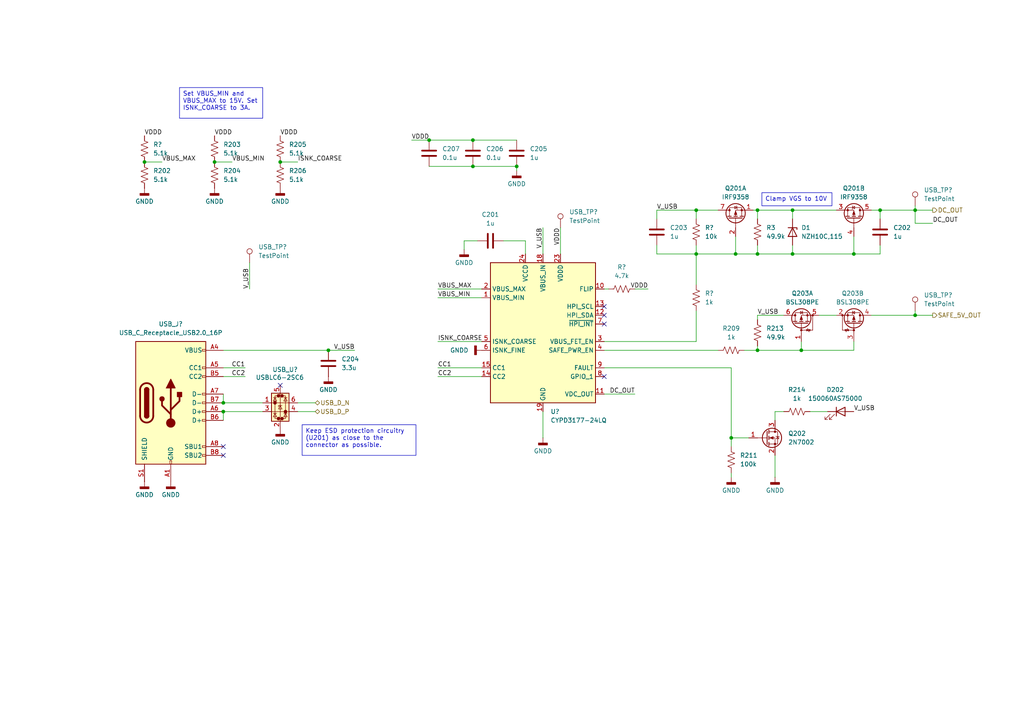
<source format=kicad_sch>
(kicad_sch (version 20231120) (generator "eeschema") (generator_version "8.0")
  (paper "A4")
  (lib_symbols
    (symbol "Connector:TestPoint" (pin_numbers hide) (pin_names (offset 0.762) hide)
      (property "Reference" "TP" (at 0 6.858 0))
      (property "Value" "TestPoint" (at 0 5.08 0))
      (symbol "TestPoint_0_1"
        (circle (center 0 3.302) (radius 0.762))
      )
      (symbol "TestPoint_1_1"
        (pin passive line (at 0 0 90) (length 2.54) (name "1") (number "1"))
      )
    )
    (symbol "Connector:USB_C_Receptacle_USB2.0_16P" (pin_names (offset 1.016))
      (property "Reference" "J" (at 0 22.225 0))
      (property "Value" "USB_C_Receptacle_USB2.0_16P" (at 0 19.685 0))
      (symbol "USB_C_Receptacle_USB2.0_16P_0_0"
        (rectangle (start -0.254 -17.78) (end 0.254 -16.764))
        (rectangle (start 10.16 -14.986) (end 9.144 -15.494))
        (rectangle (start 10.16 -12.446) (end 9.144 -12.954))
        (rectangle (start 10.16 -4.826) (end 9.144 -5.334))
        (rectangle (start 10.16 -2.286) (end 9.144 -2.794))
        (rectangle (start 10.16 0.254) (end 9.144 -0.254))
        (rectangle (start 10.16 2.794) (end 9.144 2.286))
        (rectangle (start 10.16 7.874) (end 9.144 7.366))
        (rectangle (start 10.16 10.414) (end 9.144 9.906))
        (rectangle (start 10.16 15.494) (end 9.144 14.986))
      )
      (symbol "USB_C_Receptacle_USB2.0_16P_0_1"
        (rectangle (start -10.16 17.78) (end 10.16 -17.78) (stroke (width 0.254)) (fill (type background)))
        (arc (start -8.89 -3.81) (mid -6.985 -5.7067) (end -5.08 -3.81) (stroke (width 0.508)))
        (arc (start -7.62 -3.81) (mid -6.985 -4.4423) (end -6.35 -3.81) (stroke (width 0.254)))
        (arc (start -7.62 -3.81) (mid -6.985 -4.4423) (end -6.35 -3.81) (stroke (width 0.254)) (fill (type outline)))
        (rectangle (start -7.62 -3.81) (end -6.35 3.81) (stroke (width 0.254)) (fill (type outline)))
        (arc (start -6.35 3.81) (mid -6.985 4.4423) (end -7.62 3.81) (stroke (width 0.254)))
        (arc (start -6.35 3.81) (mid -6.985 4.4423) (end -7.62 3.81) (stroke (width 0.254)) (fill (type outline)))
        (arc (start -5.08 3.81) (mid -6.985 5.7067) (end -8.89 3.81) (stroke (width 0.508)))
        (circle (center -2.54 1.143) (radius 0.635) (stroke (width 0.254)) (fill (type outline)))
        (circle (center 0 -5.842) (radius 1.27) (fill (type outline)))
        (polyline (pts (xy -8.89 -3.81) (xy -8.89 3.81)) (stroke (width 0.508)))
        (polyline (pts (xy -5.08 3.81) (xy -5.08 -3.81)) (stroke (width 0.508)))
        (polyline (pts (xy 0 -5.842) (xy 0 4.318)) (stroke (width 0.508)))
        (polyline (pts (xy 0 -3.302) (xy -2.54 -0.762) (xy -2.54 0.508)) (stroke (width 0.508)))
        (polyline (pts (xy 0 -2.032) (xy 2.54 0.508) (xy 2.54 1.778)) (stroke (width 0.508)))
        (polyline (pts (xy -1.27 4.318) (xy 0 6.858) (xy 1.27 4.318) (xy -1.27 4.318)) (stroke (width 0.254)) (fill (type outline)))
        (rectangle (start 1.905 1.778) (end 3.175 3.048) (stroke (width 0.254)) (fill (type outline)))
      )
      (symbol "USB_C_Receptacle_USB2.0_16P_1_1"
        (pin passive line (at 0 -22.86 90) (length 5.08) (name "GND") (number "A1"))
        (pin passive line (at 0 -22.86 90) (length 5.08) hide (name "GND") (number "A12"))
        (pin passive line (at 15.24 15.24 180) (length 5.08) (name "VBUS") (number "A4"))
        (pin bidirectional line (at 15.24 10.16 180) (length 5.08) (name "CC1") (number "A5"))
        (pin bidirectional line (at 15.24 -2.54 180) (length 5.08) (name "D+") (number "A6"))
        (pin bidirectional line (at 15.24 2.54 180) (length 5.08) (name "D-") (number "A7"))
        (pin bidirectional line (at 15.24 -12.7 180) (length 5.08) (name "SBU1") (number "A8"))
        (pin passive line (at 15.24 15.24 180) (length 5.08) hide (name "VBUS") (number "A9"))
        (pin passive line (at 0 -22.86 90) (length 5.08) hide (name "GND") (number "B1"))
        (pin passive line (at 0 -22.86 90) (length 5.08) hide (name "GND") (number "B12"))
        (pin passive line (at 15.24 15.24 180) (length 5.08) hide (name "VBUS") (number "B4"))
        (pin bidirectional line (at 15.24 7.62 180) (length 5.08) (name "CC2") (number "B5"))
        (pin bidirectional line (at 15.24 -5.08 180) (length 5.08) (name "D+") (number "B6"))
        (pin bidirectional line (at 15.24 0 180) (length 5.08) (name "D-") (number "B7"))
        (pin bidirectional line (at 15.24 -15.24 180) (length 5.08) (name "SBU2") (number "B8"))
        (pin passive line (at 15.24 15.24 180) (length 5.08) hide (name "VBUS") (number "B9"))
        (pin passive line (at -7.62 -22.86 90) (length 5.08) (name "SHIELD") (number "S1"))
      )
    )
    (symbol "Device:C" (pin_numbers hide) (pin_names (offset 0.254))
      (property "Reference" "C" (at 0.635 2.54 0))
      (property "Value" "C" (at 0.635 -2.54 0))
      (symbol "C_0_1"
        (polyline (pts (xy -2.032 -0.762) (xy 2.032 -0.762)) (stroke (width 0.508)))
        (polyline (pts (xy -2.032 0.762) (xy 2.032 0.762)) (stroke (width 0.508)))
      )
      (symbol "C_1_1"
        (pin passive line (at 0 3.81 270) (length 2.794) (name "~") (number "1"))
        (pin passive line (at 0 -3.81 90) (length 2.794) (name "~") (number "2"))
      )
    )
    (symbol "Device:D_Zener" (pin_numbers hide) (pin_names (offset 1.016) hide)
      (property "Reference" "D" (at 0 2.54 0))
      (property "Value" "D_Zener" (at 0 -2.54 0))
      (symbol "D_Zener_0_1"
        (polyline (pts (xy 1.27 0) (xy -1.27 0)))
        (polyline (pts (xy -1.27 -1.27) (xy -1.27 1.27) (xy -0.762 1.27)) (stroke (width 0.254)))
        (polyline (pts (xy 1.27 -1.27) (xy 1.27 1.27) (xy -1.27 0) (xy 1.27 -1.27)) (stroke (width 0.254)))
      )
      (symbol "D_Zener_1_1"
        (pin passive line (at -3.81 0 0) (length 2.54) (name "K") (number "1"))
        (pin passive line (at 3.81 0 180) (length 2.54) (name "A") (number "2"))
      )
    )
    (symbol "Device:LED" (pin_numbers hide) (pin_names (offset 1.016) hide)
      (property "Reference" "D" (at 0 2.54 0))
      (property "Value" "LED" (at 0 -2.54 0))
      (symbol "LED_0_1"
        (polyline (pts (xy -1.27 -1.27) (xy -1.27 1.27)) (stroke (width 0.254)))
        (polyline (pts (xy -1.27 0) (xy 1.27 0)))
        (polyline (pts (xy 1.27 -1.27) (xy 1.27 1.27) (xy -1.27 0) (xy 1.27 -1.27)) (stroke (width 0.254)))
        (polyline (pts (xy -3.048 -0.762) (xy -4.572 -2.286) (xy -3.81 -2.286) (xy -4.572 -2.286) (xy -4.572 -1.524)))
        (polyline (pts (xy -1.778 -0.762) (xy -3.302 -2.286) (xy -2.54 -2.286) (xy -3.302 -2.286) (xy -3.302 -1.524)))
      )
      (symbol "LED_1_1"
        (pin passive line (at -3.81 0 0) (length 2.54) (name "K") (number "1"))
        (pin passive line (at 3.81 0 180) (length 2.54) (name "A") (number "2"))
      )
    )
    (symbol "Device:R_US" (pin_numbers hide) (pin_names (offset 0))
      (property "Reference" "R" (at 2.54 0 90))
      (property "Value" "R_US" (at -2.54 0 90))
      (symbol "R_US_0_1"
        (polyline (pts (xy 0 -2.286) (xy 0 -2.54)))
        (polyline (pts (xy 0 2.286) (xy 0 2.54)))
        (polyline (pts (xy 0 -0.762) (xy 1.016 -1.143) (xy 0 -1.524) (xy -1.016 -1.905) (xy 0 -2.286)))
        (polyline (pts (xy 0 0.762) (xy 1.016 0.381) (xy 0 0) (xy -1.016 -0.381) (xy 0 -0.762)))
        (polyline (pts (xy 0 2.286) (xy 1.016 1.905) (xy 0 1.524) (xy -1.016 1.143) (xy 0 0.762)))
      )
      (symbol "R_US_1_1"
        (pin passive line (at 0 3.81 270) (length 1.27) (name "~") (number "1"))
        (pin passive line (at 0 -3.81 90) (length 1.27) (name "~") (number "2"))
      )
    )
    (symbol "Interface_USB:CYPD3177-24LQ"
      (property "Reference" "U" (at -13.97 21.59 0))
      (property "Value" "CYPD3177-24LQ" (at 10.16 -21.59 0))
      (symbol "CYPD3177-24LQ_0_1"
        (rectangle (start -15.24 20.32) (end 15.24 -20.32) (stroke (width 0.254)) (fill (type background)))
      )
      (symbol "CYPD3177-24LQ_1_1"
        (pin input line (at -17.78 10.16 0) (length 2.54) (name "VBUS_MIN") (number "1"))
        (pin output line (at 17.78 12.7 180) (length 2.54) (name "FLIP") (number "10"))
        (pin output line (at 17.78 -17.78 180) (length 2.54) (name "VDC_OUT") (number "11"))
        (pin bidirectional line (at 17.78 5.08 180) (length 2.54) (name "HPI_SDA") (number "12"))
        (pin bidirectional line (at 17.78 7.62 180) (length 2.54) (name "HPI_SCL") (number "13"))
        (pin bidirectional line (at -17.78 -12.7 0) (length 2.54) (name "CC2") (number "14"))
        (pin bidirectional line (at -17.78 -10.16 0) (length 2.54) (name "CC1") (number "15"))
        (pin no_connect line (at -15.24 2.54 0) (length 2.54) hide (name "NC") (number "16"))
        (pin no_connect line (at -15.24 5.08 0) (length 2.54) hide (name "NC") (number "17"))
        (pin power_in line (at 0 22.86 270) (length 2.54) (name "VBUS_IN") (number "18"))
        (pin power_in line (at 0 -22.86 90) (length 2.54) (name "GND") (number "19"))
        (pin input line (at -17.78 12.7 0) (length 2.54) (name "VBUS_MAX") (number "2"))
        (pin no_connect line (at 15.24 17.78 180) (length 2.54) hide (name "NC") (number "20"))
        (pin no_connect line (at 15.24 15.24 180) (length 2.54) hide (name "NC") (number "21"))
        (pin passive line (at 0 -22.86 90) (length 2.54) hide (name "GND") (number "22"))
        (pin power_out line (at 5.08 22.86 270) (length 2.54) (name "VDDD") (number "23"))
        (pin power_out line (at -5.08 22.86 270) (length 2.54) (name "VCCD") (number "24"))
        (pin passive line (at 0 -22.86 90) (length 2.54) hide (name "GND") (number "25"))
        (pin output line (at 17.78 -2.54 180) (length 2.54) (name "VBUS_FET_EN") (number "3"))
        (pin output line (at 17.78 -5.08 180) (length 2.54) (name "SAFE_PWR_EN") (number "4"))
        (pin input line (at -17.78 -2.54 0) (length 2.54) (name "ISNK_COARSE") (number "5"))
        (pin input line (at -17.78 -5.08 0) (length 2.54) (name "ISNK_FINE") (number "6"))
        (pin input line (at 17.78 2.54 180) (length 2.54) (name "~{HPI_INT}") (number "7"))
        (pin bidirectional line (at 17.78 -12.7 180) (length 2.54) (name "GPIO_1") (number "8"))
        (pin output line (at 17.78 -10.16 180) (length 2.54) (name "FAULT") (number "9"))
      )
    )
    (symbol "Power_Protection:USBLC6-2SC6" (pin_names hide)
      (property "Reference" "U" (at 0.635 5.715 0))
      (property "Value" "USBLC6-2SC6" (at 0.635 3.81 0))
      (symbol "USBLC6-2SC6_0_0"
        (circle (center -1.524 0) (radius 0.0001) (stroke (width 0.508)))
        (circle (center -0.508 -4.572) (radius 0.0001) (stroke (width 0.508)))
        (circle (center -0.508 2.032) (radius 0.0001) (stroke (width 0.508)))
        (circle (center 0.508 -4.572) (radius 0.0001) (stroke (width 0.508)))
        (circle (center 0.508 2.032) (radius 0.0001) (stroke (width 0.508)))
        (circle (center 1.524 -2.54) (radius 0.0001) (stroke (width 0.508)))
      )
      (symbol "USBLC6-2SC6_0_1"
        (polyline (pts (xy -2.54 -2.54) (xy 2.54 -2.54)))
        (polyline (pts (xy -2.54 0) (xy 2.54 0)))
        (polyline (pts (xy -2.032 -3.048) (xy -1.016 -3.048)))
        (polyline (pts (xy -1.016 1.524) (xy -2.032 1.524)))
        (polyline (pts (xy 1.016 -3.048) (xy 2.032 -3.048)))
        (polyline (pts (xy 1.016 1.524) (xy 2.032 1.524)))
        (polyline (pts (xy -0.508 -1.143) (xy -0.508 -0.762) (xy 0.508 -0.762)))
        (polyline (pts (xy -2.032 0.508) (xy -1.016 0.508) (xy -1.524 1.524) (xy -2.032 0.508)))
        (polyline (pts (xy -1.016 -4.064) (xy -2.032 -4.064) (xy -1.524 -3.048) (xy -1.016 -4.064)))
        (polyline (pts (xy 0.508 -1.778) (xy -0.508 -1.778) (xy 0 -0.762) (xy 0.508 -1.778)))
        (polyline (pts (xy 2.032 -4.064) (xy 1.016 -4.064) (xy 1.524 -3.048) (xy 2.032 -4.064)))
        (polyline (pts (xy 2.032 0.508) (xy 1.016 0.508) (xy 1.524 1.524) (xy 2.032 0.508)))
        (polyline (pts (xy 0 2.54) (xy -0.508 2.032) (xy 0.508 2.032) (xy 0 1.524) (xy 0 -4.064) (xy -0.508 -4.572) (xy 0.508 -4.572) (xy 0 -5.08)))
      )
      (symbol "USBLC6-2SC6_1_1"
        (rectangle (start -2.54 2.794) (end 2.54 -5.334) (stroke (width 0.254)) (fill (type background)))
        (polyline (pts (xy -0.508 2.032) (xy -1.524 2.032) (xy -1.524 -4.572) (xy -0.508 -4.572)))
        (polyline (pts (xy 0.508 -4.572) (xy 1.524 -4.572) (xy 1.524 2.032) (xy 0.508 2.032)))
        (pin passive line (at -5.08 0 0) (length 2.54) (name "I/O1") (number "1"))
        (pin passive line (at 0 -7.62 90) (length 2.54) (name "GND") (number "2"))
        (pin passive line (at -5.08 -2.54 0) (length 2.54) (name "I/O2") (number "3"))
        (pin passive line (at 5.08 -2.54 180) (length 2.54) (name "I/O2") (number "4"))
        (pin passive line (at 0 5.08 270) (length 2.54) (name "VBUS") (number "5"))
        (pin passive line (at 5.08 0 180) (length 2.54) (name "I/O1") (number "6"))
      )
    )
    (symbol "Rowan_Rocketry:BSL308PE" (pin_names hide)
      (property "Reference" "Q" (at 6.35 0 0))
      (property "Value" "BSL308PE" (at 10.414 -2.032 0))
      (symbol "BSL308PE_0_1"
        (polyline (pts (xy 0.254 0) (xy -2.54 0)))
        (polyline (pts (xy 0.254 1.905) (xy 0.254 -1.905)) (stroke (width 0.254)))
        (polyline (pts (xy 0.762 -1.27) (xy 0.762 -2.286)) (stroke (width 0.254)))
        (polyline (pts (xy 0.762 0.508) (xy 0.762 -0.508)) (stroke (width 0.254)))
        (polyline (pts (xy 0.762 2.286) (xy 0.762 1.27)) (stroke (width 0.254)))
        (polyline (pts (xy 2.54 2.54) (xy 2.54 1.778)))
        (polyline (pts (xy 2.54 -2.54) (xy 2.54 0) (xy 0.762 0)))
        (polyline (pts (xy 0.762 1.778) (xy 3.302 1.778) (xy 3.302 -1.778) (xy 0.762 -1.778)))
        (polyline (pts (xy 2.286 0) (xy 1.27 0.381) (xy 1.27 -0.381) (xy 2.286 0)) (fill (type outline)))
        (polyline (pts (xy 2.794 -0.508) (xy 2.921 -0.381) (xy 3.683 -0.381) (xy 3.81 -0.254)))
        (polyline (pts (xy 3.302 -0.381) (xy 2.921 0.254) (xy 3.683 0.254) (xy 3.302 -0.381)))
        (circle (center 1.651 0) (radius 2.794) (stroke (width 0.254)))
        (circle (center 2.54 -1.778) (radius 0.254) (fill (type outline)))
        (circle (center 2.54 1.778) (radius 0.254) (fill (type outline)))
      )
      (symbol "BSL308PE_1_1"
        (circle (center -1.778 0) (radius 0.254) (fill (type outline)))
        (polyline (pts (xy -1.778 -3.302) (xy -1.778 0)))
        (polyline (pts (xy -1.778 -3.302) (xy 2.54 -3.302)))
        (polyline (pts (xy -1.524 -2.032) (xy -1.27 -1.778)))
        (polyline (pts (xy -2.286 -2.286) (xy -2.032 -2.032) (xy -1.524 -2.032)))
        (polyline (pts (xy -1.778 -2.032) (xy -2.032 -1.524) (xy -1.524 -1.524) (xy -1.778 -2.032)) (fill (type outline)))
        (polyline (pts (xy -1.778 -2.032) (xy -1.524 -2.54) (xy -2.032 -2.54) (xy -1.778 -2.032)) (fill (type outline)))
        (circle (center 2.54 -3.302) (radius 0.254) (fill (type outline)))
        (pin input line (at -5.08 0 0) (length 2.54) (name "G1") (number "1"))
        (pin passive line (at 2.54 -5.08 90) (length 2.54) (name "S1") (number "5"))
        (pin passive line (at 2.54 5.08 270) (length 2.54) (name "D1") (number "6"))
      )
      (symbol "BSL308PE_2_1"
        (circle (center -1.778 0) (radius 0.254) (fill (type outline)))
        (polyline (pts (xy -1.778 -3.302) (xy -1.778 0)))
        (polyline (pts (xy -1.778 -3.302) (xy 2.54 -3.302)))
        (polyline (pts (xy -1.524 -2.032) (xy -1.27 -1.778)))
        (polyline (pts (xy -2.286 -2.286) (xy -2.032 -2.032) (xy -1.524 -2.032)))
        (polyline (pts (xy -1.778 -2.032) (xy -2.032 -1.524) (xy -1.524 -1.524) (xy -1.778 -2.032)) (fill (type outline)))
        (polyline (pts (xy -1.778 -2.032) (xy -1.524 -2.54) (xy -2.032 -2.54) (xy -1.778 -2.032)) (fill (type outline)))
        (circle (center 2.54 -3.302) (radius 0.254) (fill (type outline)))
        (pin passive line (at 2.54 -5.08 90) (length 2.54) (name "S2") (number "2"))
        (pin input line (at -5.08 0 0) (length 2.54) (name "G2") (number "3"))
        (pin passive line (at 2.54 5.08 270) (length 2.54) (name "D2") (number "4"))
      )
    )
    (symbol "Rowan_Rocketry:IRF9358" (pin_names hide)
      (property "Reference" "Q" (at 5.842 1.27 0))
      (property "Value" "IRF9358" (at 9.144 -1.27 0))
      (symbol "IRF9358_0_1"
        (polyline (pts (xy 0.254 0) (xy -2.54 0)))
        (polyline (pts (xy 0.254 1.905) (xy 0.254 -1.905)) (stroke (width 0.254)))
        (polyline (pts (xy 0.762 -1.27) (xy 0.762 -2.286)) (stroke (width 0.254)))
        (polyline (pts (xy 0.762 0.508) (xy 0.762 -0.508)) (stroke (width 0.254)))
        (polyline (pts (xy 0.762 2.286) (xy 0.762 1.27)) (stroke (width 0.254)))
        (polyline (pts (xy 2.54 2.54) (xy 2.54 1.778)))
        (polyline (pts (xy 2.54 -2.54) (xy 2.54 0) (xy 0.762 0)))
        (polyline (pts (xy 0.762 1.778) (xy 3.302 1.778) (xy 3.302 -1.778) (xy 0.762 -1.778)))
        (polyline (pts (xy 2.286 0) (xy 1.27 0.381) (xy 1.27 -0.381) (xy 2.286 0)) (fill (type outline)))
        (polyline (pts (xy 2.794 -0.508) (xy 2.921 -0.381) (xy 3.683 -0.381) (xy 3.81 -0.254)))
        (polyline (pts (xy 3.302 -0.381) (xy 2.921 0.254) (xy 3.683 0.254) (xy 3.302 -0.381)))
        (circle (center 1.651 0) (radius 2.794) (stroke (width 0.254)))
        (circle (center 2.54 -1.778) (radius 0.254) (fill (type outline)))
        (circle (center 2.54 1.778) (radius 0.254) (fill (type outline)))
      )
      (symbol "IRF9358_1_1"
        (pin passive line (at 2.54 -5.08 90) (length 2.54) (name "S1") (number "1"))
        (pin input line (at -5.08 0 0) (length 2.54) (name "G1") (number "2"))
        (pin passive line (at 2.54 5.08 270) (length 2.54) (name "D1") (number "7"))
        (pin passive line (at 2.54 5.08 270) (length 2.54) hide (name "D1") (number "8"))
      )
      (symbol "IRF9358_2_1"
        (pin passive line (at 2.54 -5.08 90) (length 2.54) (name "S2") (number "3"))
        (pin input line (at -5.08 0 0) (length 2.54) (name "G2") (number "4"))
        (pin passive line (at 2.54 5.08 270) (length 2.54) (name "D2") (number "5"))
        (pin passive line (at 2.54 5.08 270) (length 2.54) hide (name "D2") (number "6"))
      )
    )
    (symbol "Transistor_FET:2N7002" (pin_names hide)
      (property "Reference" "Q" (at 5.08 1.905 0))
      (property "Value" "2N7002" (at 5.08 0 0))
      (symbol "2N7002_0_1"
        (polyline (pts (xy 0.254 0) (xy -2.54 0)))
        (polyline (pts (xy 0.254 1.905) (xy 0.254 -1.905)) (stroke (width 0.254)))
        (polyline (pts (xy 0.762 -1.27) (xy 0.762 -2.286)) (stroke (width 0.254)))
        (polyline (pts (xy 0.762 0.508) (xy 0.762 -0.508)) (stroke (width 0.254)))
        (polyline (pts (xy 0.762 2.286) (xy 0.762 1.27)) (stroke (width 0.254)))
        (polyline (pts (xy 2.54 2.54) (xy 2.54 1.778)))
        (polyline (pts (xy 2.54 -2.54) (xy 2.54 0) (xy 0.762 0)))
        (polyline (pts (xy 0.762 -1.778) (xy 3.302 -1.778) (xy 3.302 1.778) (xy 0.762 1.778)))
        (polyline (pts (xy 1.016 0) (xy 2.032 0.381) (xy 2.032 -0.381) (xy 1.016 0)) (fill (type outline)))
        (polyline (pts (xy 2.794 0.508) (xy 2.921 0.381) (xy 3.683 0.381) (xy 3.81 0.254)))
        (polyline (pts (xy 3.302 0.381) (xy 2.921 -0.254) (xy 3.683 -0.254) (xy 3.302 0.381)))
        (circle (center 1.651 0) (radius 2.794) (stroke (width 0.254)))
        (circle (center 2.54 -1.778) (radius 0.254) (fill (type outline)))
        (circle (center 2.54 1.778) (radius 0.254) (fill (type outline)))
      )
      (symbol "2N7002_1_1"
        (pin input line (at -5.08 0 0) (length 2.54) (name "G") (number "1"))
        (pin passive line (at 2.54 -5.08 90) (length 2.54) (name "S") (number "2"))
        (pin passive line (at 2.54 5.08 270) (length 2.54) (name "D") (number "3"))
      )
    )
    (symbol "power:GNDD" (power) (pin_numbers hide) (pin_names (offset 0) hide)
      (property "Value" "GNDD" (at 0 -3.175 0))
      (symbol "GNDD_0_1"
        (rectangle (start -1.27 -1.524) (end 1.27 -2.032) (stroke (width 0.254)) (fill (type outline)))
        (polyline (pts (xy 0 0) (xy 0 -1.524)))
      )
      (symbol "GNDD_1_1"
        (pin power_in line (at 0 0 270) (length 0) (name "~") (number "1"))
      )
    )
  )
  (junction (at 41.91 46.99))
  (junction (at 232.41 101.6))
  (junction (at 219.71 60.96))
  (junction (at 219.71 73.66))
  (junction (at 137.16 40.64))
  (junction (at 62.23 46.99))
  (junction (at 81.28 46.99))
  (junction (at 213.36 73.66))
  (junction (at 265.43 91.44))
  (junction (at 64.77 119.38))
  (junction (at 255.27 60.96))
  (junction (at 64.77 116.84))
  (junction (at 265.43 60.96))
  (junction (at 137.16 48.26))
  (junction (at 212.09 127))
  (junction (at 201.93 60.96))
  (junction (at 95.25 101.6))
  (junction (at 201.93 73.66))
  (junction (at 229.87 60.96))
  (junction (at 124.46 40.64))
  (junction (at 149.86 48.26))
  (junction (at 219.71 101.6))
  (junction (at 229.87 73.66))
  (junction (at 247.65 73.66))
  (no_connect (at 64.77 129.54))
  (no_connect (at 81.28 111.76))
  (no_connect (at 175.26 88.9))
  (no_connect (at 175.26 93.98))
  (no_connect (at 175.26 91.44))
  (no_connect (at 175.26 109.22))
  (no_connect (at 64.77 132.08))
  (wire (pts (xy 219.71 71.12) (xy 219.71 73.66)))
  (wire (pts (xy 152.4 69.85) (xy 146.05 69.85)))
  (wire (pts (xy 134.62 72.39) (xy 134.62 69.85)))
  (wire (pts (xy 86.36 46.99) (xy 81.28 46.99)))
  (wire (pts (xy 227.33 119.38) (xy 224.79 119.38)))
  (wire (pts (xy 64.77 114.3) (xy 64.77 116.84)))
  (wire (pts (xy 255.27 60.96) (xy 252.73 60.96)))
  (wire (pts (xy 162.56 66.04) (xy 162.56 73.66)))
  (wire (pts (xy 219.71 101.6) (xy 219.71 100.33)))
  (wire (pts (xy 64.77 101.6) (xy 95.25 101.6)))
  (wire (pts (xy 219.71 91.44) (xy 219.71 92.71)))
  (wire (pts (xy 247.65 101.6) (xy 247.65 99.06)))
  (wire (pts (xy 252.73 91.44) (xy 265.43 91.44)))
  (wire (pts (xy 201.93 63.5) (xy 201.93 60.96)))
  (wire (pts (xy 201.93 71.12) (xy 201.93 73.66)))
  (wire (pts (xy 64.77 119.38) (xy 76.2 119.38)))
  (wire (pts (xy 229.87 60.96) (xy 219.71 60.96)))
  (wire (pts (xy 212.09 127) (xy 217.17 127)))
  (wire (pts (xy 71.12 106.68) (xy 64.77 106.68)))
  (wire (pts (xy 208.28 60.96) (xy 201.93 60.96)))
  (wire (pts (xy 127 99.06) (xy 139.7 99.06)))
  (wire (pts (xy 91.44 119.38) (xy 86.36 119.38)))
  (wire (pts (xy 229.87 73.66) (xy 247.65 73.66)))
  (wire (pts (xy 255.27 73.66) (xy 247.65 73.66)))
  (wire (pts (xy 270.51 64.77) (xy 265.43 64.77)))
  (wire (pts (xy 72.39 83.82) (xy 72.39 76.2)))
  (wire (pts (xy 137.16 40.64) (xy 149.86 40.64)))
  (wire (pts (xy 270.51 91.44) (xy 265.43 91.44)))
  (wire (pts (xy 265.43 64.77) (xy 265.43 60.96)))
  (wire (pts (xy 265.43 60.96) (xy 255.27 60.96)))
  (wire (pts (xy 234.95 119.38) (xy 240.03 119.38)))
  (wire (pts (xy 229.87 60.96) (xy 229.87 63.5)))
  (wire (pts (xy 242.57 91.44) (xy 237.49 91.44)))
  (wire (pts (xy 201.93 99.06) (xy 175.26 99.06)))
  (wire (pts (xy 124.46 40.64) (xy 137.16 40.64)))
  (wire (pts (xy 71.12 109.22) (xy 64.77 109.22)))
  (wire (pts (xy 215.9 101.6) (xy 219.71 101.6)))
  (wire (pts (xy 46.99 46.99) (xy 41.91 46.99)))
  (wire (pts (xy 157.48 73.66) (xy 157.48 66.04)))
  (wire (pts (xy 190.5 73.66) (xy 201.93 73.66)))
  (wire (pts (xy 127 106.68) (xy 139.7 106.68)))
  (wire (pts (xy 212.09 138.43) (xy 212.09 137.16)))
  (wire (pts (xy 190.5 71.12) (xy 190.5 73.66)))
  (wire (pts (xy 175.26 101.6) (xy 208.28 101.6)))
  (wire (pts (xy 224.79 119.38) (xy 224.79 121.92)))
  (wire (pts (xy 187.96 83.82) (xy 184.15 83.82)))
  (wire (pts (xy 219.71 60.96) (xy 218.44 60.96)))
  (wire (pts (xy 127 86.36) (xy 139.7 86.36)))
  (wire (pts (xy 219.71 73.66) (xy 229.87 73.66)))
  (wire (pts (xy 64.77 121.92) (xy 64.77 119.38)))
  (wire (pts (xy 232.41 101.6) (xy 247.65 101.6)))
  (wire (pts (xy 247.65 73.66) (xy 247.65 68.58)))
  (wire (pts (xy 255.27 60.96) (xy 255.27 63.5)))
  (wire (pts (xy 224.79 138.43) (xy 224.79 132.08)))
  (wire (pts (xy 255.27 71.12) (xy 255.27 73.66)))
  (wire (pts (xy 201.93 73.66) (xy 213.36 73.66)))
  (wire (pts (xy 219.71 60.96) (xy 219.71 63.5)))
  (wire (pts (xy 119.38 40.64) (xy 124.46 40.64)))
  (wire (pts (xy 175.26 83.82) (xy 176.53 83.82)))
  (wire (pts (xy 91.44 116.84) (xy 86.36 116.84)))
  (wire (pts (xy 265.43 59.69) (xy 265.43 60.96)))
  (wire (pts (xy 67.31 46.99) (xy 62.23 46.99)))
  (wire (pts (xy 227.33 91.44) (xy 219.71 91.44)))
  (wire (pts (xy 242.57 60.96) (xy 229.87 60.96)))
  (wire (pts (xy 270.51 60.96) (xy 265.43 60.96)))
  (wire (pts (xy 219.71 101.6) (xy 232.41 101.6)))
  (wire (pts (xy 127 109.22) (xy 139.7 109.22)))
  (wire (pts (xy 184.15 114.3) (xy 175.26 114.3)))
  (wire (pts (xy 201.93 73.66) (xy 201.93 82.55)))
  (wire (pts (xy 64.77 116.84) (xy 76.2 116.84)))
  (wire (pts (xy 152.4 73.66) (xy 152.4 69.85)))
  (wire (pts (xy 212.09 106.68) (xy 212.09 127)))
  (wire (pts (xy 124.46 48.26) (xy 137.16 48.26)))
  (wire (pts (xy 137.16 48.26) (xy 149.86 48.26)))
  (wire (pts (xy 157.48 127) (xy 157.48 119.38)))
  (wire (pts (xy 175.26 106.68) (xy 212.09 106.68)))
  (wire (pts (xy 213.36 73.66) (xy 219.71 73.66)))
  (wire (pts (xy 232.41 101.6) (xy 232.41 99.06)))
  (wire (pts (xy 95.25 101.6) (xy 102.87 101.6)))
  (wire (pts (xy 190.5 63.5) (xy 190.5 60.96)))
  (wire (pts (xy 212.09 127) (xy 212.09 129.54)))
  (wire (pts (xy 213.36 73.66) (xy 213.36 68.58)))
  (wire (pts (xy 190.5 60.96) (xy 201.93 60.96)))
  (wire (pts (xy 201.93 90.17) (xy 201.93 99.06)))
  (wire (pts (xy 134.62 69.85) (xy 138.43 69.85)))
  (wire (pts (xy 229.87 71.12) (xy 229.87 73.66)))
  (wire (pts (xy 265.43 90.17) (xy 265.43 91.44)))
  (wire (pts (xy 127 83.82) (xy 139.7 83.82)))
  (wire (pts (xy 149.86 48.26) (xy 149.86 49.53)))
  (text_box "Set VBUS_MIN and VBUS_MAX to 15V. Set ISNK_COARSE to 3A." (at 52.07 25.4 0) (size 24.13 8.89) (effects (font (size 1.27 1.27)) (justify left top)))
  (text_box "Clamp VGS to 10V" (at 220.98 55.88 0) (size 20.32 3.81) (effects (font (size 1.27 1.27)) (justify left top)))
  (text_box "Keep ESD protection circuitry (U201) as close to the connector as possible." (at 87.63 123.19 0) (size 33.02 8.89) (effects (font (size 1.27 1.27)) (justify left top)))
  (label "V_USB" (at 219.71 91.44 0))
  (label "DC_OUT" (at 184.15 114.3 180))
  (label "CC1" (at 71.12 106.68 180))
  (label "V_USB" (at 157.48 66.04 270))
  (label "VBUS_MAX" (at 127 83.82 0))
  (label "ISNK_COARSE" (at 127 99.06 0))
  (label "VDDD" (at 119.38 40.64 0))
  (label "VDDD" (at 62.23 39.37 0))
  (label "V_USB" (at 190.5 60.96 0))
  (label "V_USB" (at 72.39 83.82 90))
  (label "CC2" (at 127 109.22 0))
  (label "VDDD" (at 162.56 66.04 270))
  (label "VDDD" (at 187.96 83.82 180))
  (label "VDDD" (at 81.28 39.37 0))
  (label "DC_OUT" (at 270.51 64.77 0))
  (label "V_USB" (at 102.87 101.6 180))
  (label "VBUS_MIN" (at 67.31 46.99 0))
  (label "CC1" (at 127 106.68 0))
  (label "V_USB" (at 247.65 119.38 0))
  (label "VDDD" (at 41.91 39.37 0))
  (label "VBUS_MIN" (at 127 86.36 0))
  (label "ISNK_COARSE" (at 86.36 46.99 0))
  (label "VBUS_MAX" (at 46.99 46.99 0))
  (label "CC2" (at 71.12 109.22 180))
  (hierarchical_label "DC_OUT" (shape output) (at 270.51 60.96 0))
  (hierarchical_label "USB_D_P" (shape bidirectional) (at 91.44 119.38 0))
  (hierarchical_label "USB_D_N" (shape bidirectional) (at 91.44 116.84 0))
  (hierarchical_label "SAFE_5V_OUT" (shape output) (at 270.51 91.44 0))
  (symbol (lib_id "power:GNDD") (at 212.09 138.43 0) (unit 1)
    (property "Reference" "#PWR01" (effects (hide yes)))
    (property "Value" "GNDD" (at 212.09 142.24 0))
    (property "Description" "Power symbol creates a global label with name \"GNDD\" , digital ground" (effects (hide yes)))
  )
  (symbol (lib_id "Device:R_US") (at 81.28 50.8 0) (unit 1)
    (property "Reference" "R206" (at 83.82 49.5299 0) (effects (justify left)))
    (property "Value" "5.1k" (at 83.82 52.0699 0) (effects (justify left)))
    (property "Footprint" "Resistor_SMD:R_0603_1608Metric_Pad0.98x0.95mm_HandSolder" (effects (hide yes)))
    (property "Description" "Resistor, US symbol" (effects (hide yes)))
  )
  (symbol (lib_id "Device:C") (at 142.24 69.85 90) (unit 1)
    (property "Reference" "C201" (at 142.24 62.23 90))
    (property "Value" "1u" (at 142.24 64.77 90))
    (property "Footprint" "Capacitor_SMD:C_0603_1608Metric_Pad1.08x0.95mm_HandSolder" (effects (hide yes)))
    (property "Description" "Unpolarized capacitor" (effects (hide yes)))
  )
  (symbol (lib_id "Connector:TestPoint") (at 265.43 59.69 0) (unit 1)
    (property "Reference" "USB_TP?" (at 267.97 55.1179 0) (effects (justify left)))
    (property "Value" "TestPoint" (at 267.97 57.6579 0) (effects (justify left)))
    (property "Footprint" "TestPoint:TestPoint_Loop_D2.60mm_Drill1.6mm_Beaded" (effects (hide yes)))
    (property "Description" "test point" (effects (hide yes)))
  )
  (symbol (lib_id "power:GNDD") (at 157.48 127 0) (unit 1)
    (property "Reference" "#PWR?" (effects (hide yes)))
    (property "Value" "GNDD" (at 157.48 130.81 0))
    (property "Description" "Power symbol creates a global label with name \"GNDD\" , digital ground" (effects (hide yes)))
  )
  (symbol (lib_id "Device:D_Zener") (at 229.87 67.31 270) (unit 1)
    (property "Reference" "D1" (at 232.41 66.0399 90) (effects (justify left)))
    (property "Value" "NZH10C,115" (at 232.41 68.5799 90) (effects (justify left)))
    (property "Footprint" "Diode_SMD:D_SOD-123F" (effects (hide yes)))
    (property "Datasheet" "https://assets.nexperia.com/documents/data-sheet/NZH_SER.pdf" (effects (hide yes)))
    (property "Description" "Zener diode" (effects (hide yes)))
  )
  (symbol (lib_id "Device:LED") (at 243.84 119.38 0) (unit 1)
    (property "Reference" "D202" (at 242.2525 113.03 0))
    (property "Value" "150060AS75000" (at 242.2525 115.57 0))
    (property "Footprint" "LED_SMD:LED_0603_1608Metric_Pad1.05x0.95mm_HandSolder" (effects (hide yes)))
    (property "Datasheet" "https://www.digikey.com/en/products/detail/w%C3%BCrth-elektronik/150060AS75000/10468254" (effects (hide yes)))
    (property "Description" "Light emitting diode" (effects (hide yes)))
    (instances (project "" (path "" (reference "D202") (unit 1))) (project "" (path "" (reference "D1") (unit 1))))
  )
  (symbol (lib_id "Device:C") (at 149.86 44.45 180) (unit 1)
    (property "Reference" "C205" (at 153.67 43.1799 0) (effects (justify right)))
    (property "Value" "1u" (at 153.67 45.7199 0) (effects (justify right)))
    (property "Footprint" "Capacitor_SMD:C_0603_1608Metric_Pad1.08x0.95mm_HandSolder" (effects (hide yes)))
    (property "Description" "Unpolarized capacitor" (effects (hide yes)))
  )
  (symbol (lib_id "power:GNDD") (at 41.91 139.7 0) (unit 1)
    (property "Reference" "#PWR?" (effects (hide yes)))
    (property "Value" "GNDD" (at 41.91 143.51 0))
    (property "Description" "Power symbol creates a global label with name \"GNDD\" , digital ground" (effects (hide yes)))
  )
  (symbol (lib_id "Connector:TestPoint") (at 162.56 66.04 0) (unit 1)
    (property "Reference" "USB_TP?" (at 165.1 61.4679 0) (effects (justify left)))
    (property "Value" "TestPoint" (at 165.1 64.0079 0) (effects (justify left)))
    (property "Footprint" "TestPoint:TestPoint_Loop_D2.60mm_Drill1.6mm_Beaded" (effects (hide yes)))
    (property "Description" "test point" (effects (hide yes)))
  )
  (symbol (lib_id "Device:R_US") (at 219.71 67.31 0) (unit 1)
    (property "Reference" "R3" (at 222.25 66.0399 0) (effects (justify left)))
    (property "Value" "49.9k" (at 222.25 68.5799 0) (effects (justify left)))
    (property "Footprint" "Resistor_SMD:R_0603_1608Metric_Pad0.98x0.95mm_HandSolder" (effects (hide yes)))
    (property "Description" "Resistor, US symbol" (effects (hide yes)))
  )
  (symbol (lib_id "Device:R_US") (at 41.91 43.18 0) (unit 1)
    (property "Reference" "R?" (at 44.45 41.9099 0) (effects (justify left)))
    (property "Value" "5.1k" (at 44.45 44.4499 0) (effects (justify left)))
    (property "Footprint" "Resistor_SMD:R_0603_1608Metric_Pad0.98x0.95mm_HandSolder" (effects (hide yes)))
    (property "Description" "Resistor, US symbol" (effects (hide yes)))
  )
  (symbol (lib_id "Transistor_FET:2N7002") (at 222.25 127 0) (unit 1)
    (property "Reference" "Q202" (at 228.6 125.7299 0) (effects (justify left)))
    (property "Value" "2N7002" (at 228.6 128.2699 0) (effects (justify left)))
    (property "Footprint" "Package_TO_SOT_SMD:SOT-23" (effects (hide yes)))
    (property "Datasheet" "https://www.onsemi.com/pub/Collateral/NDS7002A-D.PDF" (effects (hide yes)))
    (property "Description" "0.115A Id, 60V Vds, N-Channel MOSFET, SOT-23" (effects (hide yes)))
    (instances (project "" (path "" (reference "Q202") (unit 1))) (project "" (path "" (reference "Q1") (unit 1))))
  )
  (symbol (lib_id "Device:R_US") (at 41.91 50.8 0) (unit 1)
    (property "Reference" "R202" (at 44.45 49.5299 0) (effects (justify left)))
    (property "Value" "5.1k" (at 44.45 52.0699 0) (effects (justify left)))
    (property "Footprint" "Resistor_SMD:R_0603_1608Metric_Pad0.98x0.95mm_HandSolder" (effects (hide yes)))
    (property "Description" "Resistor, US symbol" (effects (hide yes)))
  )
  (symbol (lib_id "Rowan_Rocketry:BSL308PE") (at 247.65 93.98 270) (mirror x) (unit 2)
    (property "Reference" "Q203" (at 247.3325 85.09 90))
    (property "Value" "BSL308PE" (at 247.3325 87.63 90))
    (property "Footprint" "Package_TO_SOT_SMD:TSOT-23-6" (effects (hide yes)))
    (property "Datasheet" "https://www.infineon.com/dgdl/Infineon-BSL308PE-DS-v02_03-en.pdf?fileId=db3a30431d8a6b3c011d8ff3592c03d0" (effects (hide yes)))
    (instances (project "" (path "" (reference "Q203") (unit 2))) (project "" (path "" (reference "Q3") (unit 2))))
  )
  (symbol (lib_id "power:GNDD") (at 62.23 54.61 0) (unit 1)
    (property "Reference" "#PWR?" (effects (hide yes)))
    (property "Value" "GNDD" (at 62.23 58.42 0))
    (property "Description" "Power symbol creates a global label with name \"GNDD\" , digital ground" (effects (hide yes)))
  )
  (symbol (lib_id "Device:R_US") (at 219.71 96.52 0) (unit 1)
    (property "Reference" "R213" (at 222.25 95.2499 0) (effects (justify left)))
    (property "Value" "49.9k" (at 222.25 97.7899 0) (effects (justify left)))
    (property "Footprint" "Resistor_SMD:R_0603_1608Metric_Pad0.98x0.95mm_HandSolder" (effects (hide yes)))
    (property "Description" "Resistor, US symbol" (effects (hide yes)))
  )
  (symbol (lib_id "Device:C") (at 190.5 67.31 0) (unit 1)
    (property "Reference" "C203" (at 194.31 66.0399 0) (effects (justify left)))
    (property "Value" "1u" (at 194.31 68.5799 0) (effects (justify left)))
    (property "Footprint" "Capacitor_SMD:C_0603_1608Metric_Pad1.08x0.95mm_HandSolder" (effects (hide yes)))
    (property "Description" "Unpolarized capacitor" (effects (hide yes)))
  )
  (symbol (lib_id "Device:R_US") (at 231.14 119.38 270) (unit 1)
    (property "Reference" "R214" (at 231.14 113.03 90))
    (property "Value" "1k" (at 231.14 115.57 90))
    (property "Footprint" "Resistor_SMD:R_0603_1608Metric_Pad0.98x0.95mm_HandSolder" (effects (hide yes)))
    (property "Description" "Resistor, US symbol" (effects (hide yes)))
  )
  (symbol (lib_id "Device:R_US") (at 201.93 86.36 180) (unit 1)
    (property "Reference" "R?" (at 204.47 85.0899 0) (effects (justify right)))
    (property "Value" "1k" (at 204.47 87.6299 0) (effects (justify right)))
    (property "Footprint" "Resistor_SMD:R_0603_1608Metric_Pad0.98x0.95mm_HandSolder" (effects (hide yes)))
    (property "Description" "Resistor, US symbol" (effects (hide yes)))
  )
  (symbol (lib_id "Connector:TestPoint") (at 72.39 76.2 0) (unit 1)
    (property "Reference" "USB_TP?" (at 74.93 71.6279 0) (effects (justify left)))
    (property "Value" "TestPoint" (at 74.93 74.1679 0) (effects (justify left)))
    (property "Footprint" "TestPoint:TestPoint_Loop_D2.60mm_Drill1.6mm_Beaded" (effects (hide yes)))
    (property "Description" "test point" (effects (hide yes)))
  )
  (symbol (lib_id "Device:R_US") (at 62.23 50.8 0) (unit 1)
    (property "Reference" "R204" (at 64.77 49.5299 0) (effects (justify left)))
    (property "Value" "5.1k" (at 64.77 52.0699 0) (effects (justify left)))
    (property "Footprint" "Resistor_SMD:R_0603_1608Metric_Pad0.98x0.95mm_HandSolder" (effects (hide yes)))
    (property "Description" "Resistor, US symbol" (effects (hide yes)))
  )
  (symbol (lib_id "Power_Protection:USBLC6-2SC6") (at 81.28 116.84 0) (unit 1)
    (property "Reference" "USB_U?" (at 78.994 107.188 0) (effects (justify left)))
    (property "Value" "USBLC6-2SC6" (at 74.168 109.474 0) (effects (justify left)))
    (property "Footprint" "Package_TO_SOT_SMD:SOT-23-6" (effects (hide yes)))
    (property "Datasheet" "https://www.st.com/resource/en/datasheet/usblc6-2.pdf" (effects (hide yes)))
    (property "Description" "Very low capacitance ESD protection diode, 2 data-line, SOT-23-6" (effects (hide yes)))
  )
  (symbol (lib_id "Rowan_Rocketry:IRF9358") (at 213.36 63.5 90) (unit 1)
    (property "Reference" "Q201" (at 213.36 54.61 90))
    (property "Value" "IRF9358" (at 213.36 57.15 90))
    (property "Footprint" "Package_SO:SOIC-8_3.9x4.9mm_P1.27mm" (effects (hide yes)))
    (property "Datasheet" "https://www.infineon.com/dgdl/irf9358pbf.pdf?fileId=5546d462533600a4015356114ffa1da5" (effects (hide yes)))
  )
  (symbol (lib_id "Rowan_Rocketry:IRF9358") (at 247.65 63.5 270) (mirror x) (unit 2)
    (property "Reference" "Q201" (at 247.65 54.61 90))
    (property "Value" "IRF9358" (at 247.65 57.15 90))
    (property "Footprint" "Package_SO:SOIC-8_3.9x4.9mm_P1.27mm" (effects (hide yes)))
    (property "Datasheet" "https://www.infineon.com/dgdl/irf9358pbf.pdf?fileId=5546d462533600a4015356114ffa1da5" (effects (hide yes)))
  )
  (symbol (lib_id "power:GNDD") (at 81.28 54.61 0) (unit 1)
    (property "Reference" "#PWR?" (effects (hide yes)))
    (property "Value" "GNDD" (at 81.28 58.42 0))
    (property "Description" "Power symbol creates a global label with name \"GNDD\" , digital ground" (effects (hide yes)))
  )
  (symbol (lib_id "Connector:TestPoint") (at 265.43 90.17 0) (unit 1)
    (property "Reference" "USB_TP?" (at 267.97 85.5979 0) (effects (justify left)))
    (property "Value" "TestPoint" (at 267.97 88.1379 0) (effects (justify left)))
    (property "Footprint" "TestPoint:TestPoint_Loop_D2.60mm_Drill1.6mm_Beaded" (effects (hide yes)))
    (property "Description" "test point" (effects (hide yes)))
  )
  (symbol (lib_id "Device:C") (at 124.46 44.45 180) (unit 1)
    (property "Reference" "C207" (at 128.27 43.1799 0) (effects (justify right)))
    (property "Value" "0.1u" (at 128.27 45.7199 0) (effects (justify right)))
    (property "Footprint" "Capacitor_SMD:C_0603_1608Metric_Pad1.08x0.95mm_HandSolder" (effects (hide yes)))
    (property "Description" "Unpolarized capacitor" (effects (hide yes)))
  )
  (symbol (lib_id "Device:R_US") (at 212.09 101.6 270) (unit 1)
    (property "Reference" "R209" (at 212.09 95.25 90))
    (property "Value" "1k" (at 212.09 97.79 90))
    (property "Footprint" "Resistor_SMD:R_0603_1608Metric_Pad0.98x0.95mm_HandSolder" (effects (hide yes)))
    (property "Description" "Resistor, US symbol" (effects (hide yes)))
  )
  (symbol (lib_id "power:GNDD") (at 224.79 138.43 0) (unit 1)
    (property "Reference" "#PWR0211" (effects (hide yes)))
    (property "Value" "GNDD" (at 224.79 142.24 0))
    (property "Description" "Power symbol creates a global label with name \"GNDD\" , digital ground" (effects (hide yes)))
    (instances (project "" (path "" (reference "#PWR0211") (unit 1))) (project "" (path "" (reference "#PWR012") (unit 1))))
  )
  (symbol (lib_id "power:GNDD") (at 134.62 72.39 0) (unit 1)
    (property "Reference" "#PWR?" (effects (hide yes)))
    (property "Value" "GNDD" (at 134.62 76.2 0))
    (property "Description" "Power symbol creates a global label with name \"GNDD\" , digital ground" (effects (hide yes)))
  )
  (symbol (lib_id "Device:R_US") (at 201.93 67.31 0) (unit 1)
    (property "Reference" "R?" (at 204.47 66.0399 0) (effects (justify left)))
    (property "Value" "10k" (at 204.47 68.5799 0) (effects (justify left)))
    (property "Footprint" "Resistor_SMD:R_0603_1608Metric_Pad0.98x0.95mm_HandSolder" (effects (hide yes)))
    (property "Description" "Resistor, US symbol" (effects (hide yes)))
  )
  (symbol (lib_id "power:GNDD") (at 95.25 109.22 0) (unit 1)
    (property "Reference" "#PWR0212" (effects (hide yes)))
    (property "Value" "GNDD" (at 95.25 113.03 0))
    (property "Description" "Power symbol creates a global label with name \"GNDD\" , digital ground" (effects (hide yes)))
  )
  (symbol (lib_id "Device:C") (at 255.27 67.31 0) (unit 1)
    (property "Reference" "C202" (at 259.08 66.0399 0) (effects (justify left)))
    (property "Value" "1u" (at 259.08 68.5799 0) (effects (justify left)))
    (property "Footprint" "Capacitor_SMD:C_0603_1608Metric_Pad1.08x0.95mm_HandSolder" (effects (hide yes)))
    (property "Description" "Unpolarized capacitor" (effects (hide yes)))
  )
  (symbol (lib_id "power:GNDD") (at 49.53 139.7 0) (unit 1)
    (property "Reference" "#PWR?" (effects (hide yes)))
    (property "Value" "GNDD" (at 49.53 143.51 0))
    (property "Description" "Power symbol creates a global label with name \"GNDD\" , digital ground" (effects (hide yes)))
  )
  (symbol (lib_id "power:GNDD") (at 139.7 101.6 270) (unit 1)
    (property "Reference" "#PWR?" (effects (hide yes)))
    (property "Value" "GNDD" (at 135.89 101.5999 90) (effects (justify right)))
    (property "Description" "Power symbol creates a global label with name \"GNDD\" , digital ground" (effects (hide yes)))
  )
  (symbol (lib_id "power:GNDD") (at 149.86 49.53 0) (unit 1)
    (property "Reference" "#PWR0213" (effects (hide yes)))
    (property "Value" "GNDD" (at 149.86 53.34 0))
    (property "Description" "Power symbol creates a global label with name \"GNDD\" , digital ground" (effects (hide yes)))
  )
  (symbol (lib_id "Device:R_US") (at 62.23 43.18 0) (unit 1)
    (property "Reference" "R203" (at 64.77 41.9099 0) (effects (justify left)))
    (property "Value" "5.1k" (at 64.77 44.4499 0) (effects (justify left)))
    (property "Footprint" "Resistor_SMD:R_0603_1608Metric_Pad0.98x0.95mm_HandSolder" (effects (hide yes)))
    (property "Description" "Resistor, US symbol" (effects (hide yes)))
  )
  (symbol (lib_id "Device:R_US") (at 180.34 83.82 270) (unit 1)
    (property "Reference" "R?" (at 180.34 77.47 90))
    (property "Value" "4.7k" (at 180.34 80.01 90))
    (property "Footprint" "Resistor_SMD:R_0603_1608Metric_Pad0.98x0.95mm_HandSolder" (effects (hide yes)))
    (property "Description" "Resistor, US symbol" (effects (hide yes)))
  )
  (symbol (lib_id "power:GNDD") (at 81.28 124.46 0) (unit 1)
    (property "Reference" "#PWR?" (effects (hide yes)))
    (property "Value" "GNDD" (at 81.28 128.27 0))
    (property "Description" "Power symbol creates a global label with name \"GNDD\" , digital ground" (effects (hide yes)))
  )
  (symbol (lib_id "Device:C") (at 95.25 105.41 0) (unit 1)
    (property "Reference" "C204" (at 99.06 104.1399 0) (effects (justify left)))
    (property "Value" "3.3u" (at 99.06 106.6799 0) (effects (justify left)))
    (property "Footprint" "Capacitor_SMD:C_0603_1608Metric_Pad1.08x0.95mm_HandSolder" (effects (hide yes)))
    (property "Description" "Unpolarized capacitor" (effects (hide yes)))
  )
  (symbol (lib_id "power:GNDD") (at 41.91 54.61 0) (unit 1)
    (property "Reference" "#PWR?" (effects (hide yes)))
    (property "Value" "GNDD" (at 41.91 58.42 0))
    (property "Description" "Power symbol creates a global label with name \"GNDD\" , digital ground" (effects (hide yes)))
  )
  (symbol (lib_id "Device:R_US") (at 81.28 43.18 0) (unit 1)
    (property "Reference" "R205" (at 83.82 41.9099 0) (effects (justify left)))
    (property "Value" "5.1k" (at 83.82 44.4499 0) (effects (justify left)))
    (property "Footprint" "Resistor_SMD:R_0603_1608Metric_Pad0.98x0.95mm_HandSolder" (effects (hide yes)))
    (property "Description" "Resistor, US symbol" (effects (hide yes)))
  )
  (symbol (lib_id "Device:R_US") (at 212.09 133.35 0) (unit 1)
    (property "Reference" "R211" (at 214.63 132.0799 0) (effects (justify left)))
    (property "Value" "100k" (at 214.63 134.6199 0) (effects (justify left)))
    (property "Footprint" "Resistor_SMD:R_0603_1608Metric_Pad0.98x0.95mm_HandSolder" (effects (hide yes)))
    (property "Description" "Resistor, US symbol" (effects (hide yes)))
  )
  (symbol (lib_id "Connector:USB_C_Receptacle_USB2.0_16P") (at 49.53 116.84 0) (unit 1)
    (property "Reference" "USB_J?" (at 49.53 93.98 0))
    (property "Value" "USB_C_Receptacle_USB2.0_16P" (at 49.53 96.52 0))
    (property "Footprint" "Connector_USB:USB_C_Receptacle_GCT_USB4105-xx-A_16P_TopMnt_Horizontal" (effects (hide yes)))
    (property "Datasheet" "https://www.usb.org/sites/default/files/documents/usb_type-c.zip" (effects (hide yes)))
    (property "Description" "USB 2.0-only 16P Type-C Receptacle connector" (effects (hide yes)))
  )
  (symbol (lib_id "Device:C") (at 137.16 44.45 180) (unit 1)
    (property "Reference" "C206" (at 140.97 43.1799 0) (effects (justify right)))
    (property "Value" "0.1u" (at 140.97 45.7199 0) (effects (justify right)))
    (property "Footprint" "Capacitor_SMD:C_0603_1608Metric_Pad1.08x0.95mm_HandSolder" (effects (hide yes)))
    (property "Description" "Unpolarized capacitor" (effects (hide yes)))
  )
  (symbol (lib_id "Rowan_Rocketry:BSL308PE") (at 232.41 93.98 90) (unit 1)
    (property "Reference" "Q203" (at 232.7275 85.09 90))
    (property "Value" "BSL308PE" (at 232.7275 87.63 90))
    (property "Footprint" "Package_TO_SOT_SMD:TSOT-23-6" (effects (hide yes)))
    (property "Datasheet" "https://www.infineon.com/dgdl/Infineon-BSL308PE-DS-v02_03-en.pdf?fileId=db3a30431d8a6b3c011d8ff3592c03d0" (effects (hide yes)))
    (instances (project "" (path "" (reference "Q203") (unit 1))) (project "" (path "" (reference "Q3") (unit 1))))
  )
  (symbol (lib_id "Interface_USB:CYPD3177-24LQ") (at 157.48 96.52 0) (unit 1)
    (property "Reference" "U?" (at 159.6741 119.38 0) (effects (justify left)))
    (property "Value" "CYPD3177-24LQ" (at 159.6741 121.92 0) (effects (justify left)))
    (property "Footprint" "Package_DFN_QFN:QFN-24-1EP_4x4mm_P0.5mm_EP2.75x2.75mm" (effects (hide yes)))
    (property "Datasheet" "https://www.infineon.com/dgdl/Infineon-EZ-PD_BCR_Datasheet_USB_Type-C_Port_Controller_for_Power_Sinks-DataSheet-v03_00-EN.pdf?fileId=8ac78c8c7d0d8da4017d0ee7ce9d70ad" (effects (hide yes)))
    (property "Description" "Stand-alone USB PD controller (with sink Auto-run mode), QFN-24" (effects (hide yes)))
  )
)
</source>
